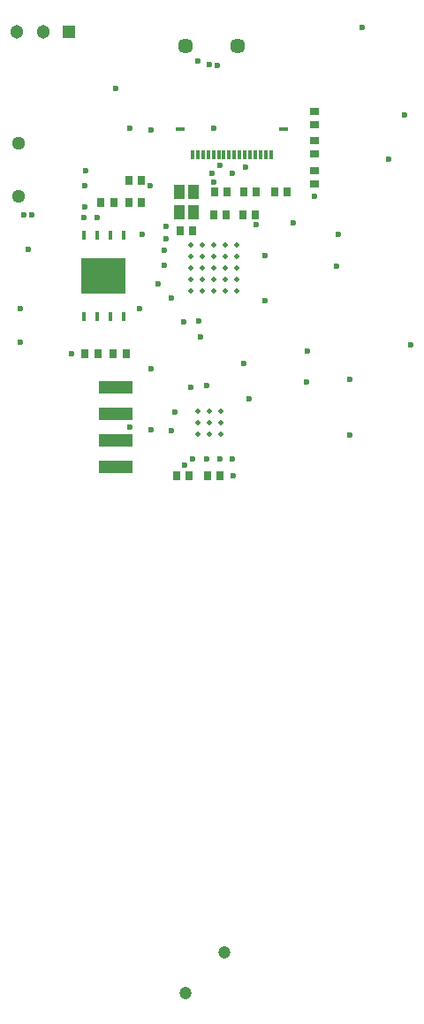
<source format=gbs>
G04*
G04 #@! TF.GenerationSoftware,Altium Limited,Altium Designer,23.10.1 (27)*
G04*
G04 Layer_Color=16711935*
%FSLAX25Y25*%
%MOIN*%
G70*
G04*
G04 #@! TF.SameCoordinates,1D9EF59F-A9A3-4DE6-AF9F-94A01C22AB5E*
G04*
G04*
G04 #@! TF.FilePolarity,Negative*
G04*
G01*
G75*
%ADD18R,0.03150X0.03740*%
%ADD28R,0.03740X0.03150*%
%ADD33R,0.02953X0.03543*%
%ADD47C,0.05128*%
%ADD48R,0.05128X0.05128*%
%ADD49C,0.05100*%
%ADD50C,0.05709*%
%ADD51C,0.02362*%
%ADD52C,0.01968*%
%ADD53C,0.04724*%
%ADD58R,0.03300X0.01600*%
%ADD59R,0.01400X0.03300*%
%ADD60R,0.12520X0.05000*%
%ADD61R,0.16929X0.13386*%
%ADD62R,0.01772X0.03740*%
%ADD63R,0.04331X0.05315*%
D18*
X278941Y357000D02*
D03*
X284059D02*
D03*
X289500D02*
D03*
X294618D02*
D03*
X290059Y414000D02*
D03*
X284941D02*
D03*
D28*
X365500Y443441D02*
D03*
Y448559D02*
D03*
Y426118D02*
D03*
Y421000D02*
D03*
Y432441D02*
D03*
Y437559D02*
D03*
D33*
X314776Y403500D02*
D03*
X319500D02*
D03*
X313638Y311000D02*
D03*
X318362D02*
D03*
X295638Y422500D02*
D03*
X300362D02*
D03*
X329862Y311000D02*
D03*
X325138D02*
D03*
X295638Y414000D02*
D03*
X300362D02*
D03*
X343362Y409500D02*
D03*
X338638D02*
D03*
X355362Y418000D02*
D03*
X350638D02*
D03*
X343500D02*
D03*
X338776D02*
D03*
X327776D02*
D03*
X332500D02*
D03*
X327638Y409500D02*
D03*
X332362D02*
D03*
D47*
X253315Y478500D02*
D03*
X263158D02*
D03*
D48*
X273000D02*
D03*
D49*
X254000Y416500D02*
D03*
Y436500D02*
D03*
D50*
X336709Y473158D02*
D03*
X317024D02*
D03*
D51*
X255850Y409500D02*
D03*
X257500Y396500D02*
D03*
X254500Y361500D02*
D03*
Y374000D02*
D03*
X306500Y383500D02*
D03*
X316388Y369032D02*
D03*
X322500Y363500D02*
D03*
X322094Y369500D02*
D03*
X311500Y378000D02*
D03*
X402000Y360500D02*
D03*
X362500Y346500D02*
D03*
X363000Y358000D02*
D03*
X379000Y347500D02*
D03*
X309000Y390500D02*
D03*
Y396000D02*
D03*
X278953Y420441D02*
D03*
X283500Y408500D02*
D03*
X259000Y409500D02*
D03*
X296000Y442000D02*
D03*
X290500Y457000D02*
D03*
X278953Y412470D02*
D03*
X278500Y408500D02*
D03*
X279223Y426213D02*
D03*
X299500Y374000D02*
D03*
X343500Y405760D02*
D03*
X339500Y427500D02*
D03*
X383500Y480000D02*
D03*
X399500Y447000D02*
D03*
X393500Y430500D02*
D03*
X357500Y406500D02*
D03*
X365500Y416500D02*
D03*
X374500Y402000D02*
D03*
X374000Y390000D02*
D03*
X347000Y394000D02*
D03*
Y377000D02*
D03*
X379000Y326500D02*
D03*
X335000Y311000D02*
D03*
X334500Y317500D02*
D03*
X319500D02*
D03*
X316500Y315000D02*
D03*
X304000Y328500D02*
D03*
X274000Y357000D02*
D03*
X304000Y351500D02*
D03*
X313000Y335000D02*
D03*
X296000Y329500D02*
D03*
X325000Y345000D02*
D03*
X319000Y344500D02*
D03*
X339000Y353500D02*
D03*
X341000Y340000D02*
D03*
X311500Y328000D02*
D03*
X327642Y421916D02*
D03*
X309500Y400500D02*
D03*
X303500Y420500D02*
D03*
X304000Y441500D02*
D03*
X300500Y402000D02*
D03*
X327000Y425000D02*
D03*
X329969Y428000D02*
D03*
X309569Y405069D02*
D03*
X329031Y465724D02*
D03*
X324888Y317500D02*
D03*
X325909Y466137D02*
D03*
X321500Y467500D02*
D03*
X329825Y317319D02*
D03*
X334500Y425000D02*
D03*
X327500Y442000D02*
D03*
D52*
X336177Y380760D02*
D03*
X331846D02*
D03*
X327516D02*
D03*
X323185D02*
D03*
X318854D02*
D03*
X336177Y385090D02*
D03*
X331846D02*
D03*
X327516D02*
D03*
X323185D02*
D03*
X318854D02*
D03*
X336177Y389421D02*
D03*
X331846D02*
D03*
X327516D02*
D03*
X323185D02*
D03*
X318854D02*
D03*
X336177Y393752D02*
D03*
X331846D02*
D03*
X327516D02*
D03*
X323185D02*
D03*
X318854D02*
D03*
X336177Y398083D02*
D03*
X331846D02*
D03*
X327516D02*
D03*
X323185D02*
D03*
X318854D02*
D03*
X321669Y335331D02*
D03*
X326000D02*
D03*
X330331D02*
D03*
X321669Y331000D02*
D03*
X326000D02*
D03*
X330331D02*
D03*
X321669Y326669D02*
D03*
X326000D02*
D03*
X330331D02*
D03*
D53*
X317000Y116000D02*
D03*
X331500Y131500D02*
D03*
D58*
X353976Y441646D02*
D03*
X314803D02*
D03*
D59*
X349153Y432000D02*
D03*
X347185D02*
D03*
X345216D02*
D03*
X343248D02*
D03*
X341280D02*
D03*
X339311D02*
D03*
X337343D02*
D03*
X335374D02*
D03*
X333405D02*
D03*
X331437D02*
D03*
X329468D02*
D03*
X327500D02*
D03*
X325532D02*
D03*
X323563D02*
D03*
X321595D02*
D03*
X319626D02*
D03*
D60*
X290769Y334500D02*
D03*
Y344500D02*
D03*
Y324500D02*
D03*
Y314500D02*
D03*
D61*
X286000Y386500D02*
D03*
D62*
X278500Y401736D02*
D03*
X283500D02*
D03*
X288500D02*
D03*
X293500D02*
D03*
X278500Y371264D02*
D03*
X283500D02*
D03*
X288500D02*
D03*
X293500D02*
D03*
D63*
X320000Y418000D02*
D03*
X314488D02*
D03*
X320000Y410500D02*
D03*
X314488D02*
D03*
M02*

</source>
